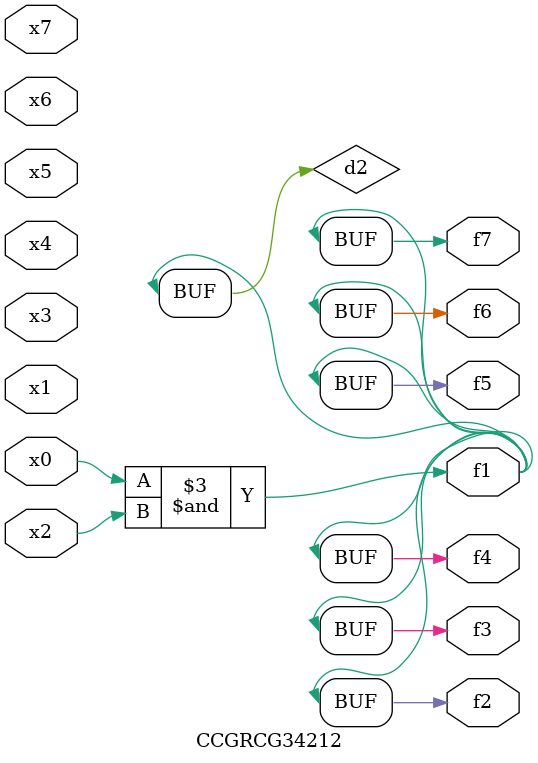
<source format=v>
module CCGRCG34212(
	input x0, x1, x2, x3, x4, x5, x6, x7,
	output f1, f2, f3, f4, f5, f6, f7
);

	wire d1, d2;

	nor (d1, x3, x6);
	and (d2, x0, x2);
	assign f1 = d2;
	assign f2 = d2;
	assign f3 = d2;
	assign f4 = d2;
	assign f5 = d2;
	assign f6 = d2;
	assign f7 = d2;
endmodule

</source>
